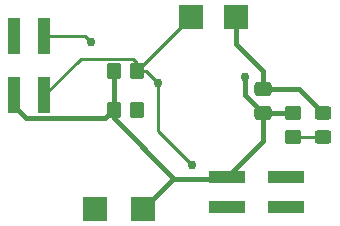
<source format=gtl>
%TF.GenerationSoftware,KiCad,Pcbnew,8.0.8*%
%TF.CreationDate,2025-04-18T18:46:17-04:00*%
%TF.ProjectId,sht40,73687434-302e-46b6-9963-61645f706362,rev?*%
%TF.SameCoordinates,Original*%
%TF.FileFunction,Copper,L1,Top*%
%TF.FilePolarity,Positive*%
%FSLAX46Y46*%
G04 Gerber Fmt 4.6, Leading zero omitted, Abs format (unit mm)*
G04 Created by KiCad (PCBNEW 8.0.8) date 2025-04-18 18:46:17*
%MOMM*%
%LPD*%
G01*
G04 APERTURE LIST*
G04 Aperture macros list*
%AMRoundRect*
0 Rectangle with rounded corners*
0 $1 Rounding radius*
0 $2 $3 $4 $5 $6 $7 $8 $9 X,Y pos of 4 corners*
0 Add a 4 corners polygon primitive as box body*
4,1,4,$2,$3,$4,$5,$6,$7,$8,$9,$2,$3,0*
0 Add four circle primitives for the rounded corners*
1,1,$1+$1,$2,$3*
1,1,$1+$1,$4,$5*
1,1,$1+$1,$6,$7*
1,1,$1+$1,$8,$9*
0 Add four rect primitives between the rounded corners*
20,1,$1+$1,$2,$3,$4,$5,0*
20,1,$1+$1,$4,$5,$6,$7,0*
20,1,$1+$1,$6,$7,$8,$9,0*
20,1,$1+$1,$8,$9,$2,$3,0*%
G04 Aperture macros list end*
%TA.AperFunction,SMDPad,CuDef*%
%ADD10R,1.000000X3.150000*%
%TD*%
%TA.AperFunction,SMDPad,CuDef*%
%ADD11RoundRect,0.250000X0.450000X-0.350000X0.450000X0.350000X-0.450000X0.350000X-0.450000X-0.350000X0*%
%TD*%
%TA.AperFunction,ComponentPad*%
%ADD12R,2.000000X2.000000*%
%TD*%
%TA.AperFunction,SMDPad,CuDef*%
%ADD13RoundRect,0.250000X0.350000X0.450000X-0.350000X0.450000X-0.350000X-0.450000X0.350000X-0.450000X0*%
%TD*%
%TA.AperFunction,SMDPad,CuDef*%
%ADD14RoundRect,0.250000X-0.450000X0.325000X-0.450000X-0.325000X0.450000X-0.325000X0.450000X0.325000X0*%
%TD*%
%TA.AperFunction,SMDPad,CuDef*%
%ADD15RoundRect,0.250000X0.475000X-0.337500X0.475000X0.337500X-0.475000X0.337500X-0.475000X-0.337500X0*%
%TD*%
%TA.AperFunction,SMDPad,CuDef*%
%ADD16RoundRect,0.250000X-0.350000X-0.450000X0.350000X-0.450000X0.350000X0.450000X-0.350000X0.450000X0*%
%TD*%
%TA.AperFunction,SMDPad,CuDef*%
%ADD17R,3.150000X1.000000*%
%TD*%
%TA.AperFunction,ViaPad*%
%ADD18C,0.762000*%
%TD*%
%TA.AperFunction,Conductor*%
%ADD19C,0.254000*%
%TD*%
%TA.AperFunction,Conductor*%
%ADD20C,0.381000*%
%TD*%
G04 APERTURE END LIST*
D10*
%TO.P,J2,1,Pin_1*%
%TO.N,+3V3*%
X110460000Y-62525000D03*
%TO.P,J2,2,Pin_2*%
%TO.N,GND*%
X110460000Y-57475000D03*
%TO.P,J2,3,Pin_3*%
%TO.N,/SCL*%
X113000000Y-62525000D03*
%TO.P,J2,4,Pin_4*%
%TO.N,/SDA*%
X113000000Y-57475000D03*
%TD*%
D11*
%TO.P,R3,1*%
%TO.N,Net-(D1-A)*%
X134112000Y-66024000D03*
%TO.P,R3,2*%
%TO.N,+3V3*%
X134112000Y-64024000D03*
%TD*%
D12*
%TO.P,TP3,1,1*%
%TO.N,/SCL*%
X125476000Y-55880000D03*
%TD*%
D13*
%TO.P,R1,1*%
%TO.N,/SCL*%
X120888000Y-60452000D03*
%TO.P,R1,2*%
%TO.N,+3V3*%
X118888000Y-60452000D03*
%TD*%
D14*
%TO.P,D1,1,K*%
%TO.N,GND*%
X136652000Y-63999000D03*
%TO.P,D1,2,A*%
%TO.N,Net-(D1-A)*%
X136652000Y-66049000D03*
%TD*%
D12*
%TO.P,TP1,1,1*%
%TO.N,+3V3*%
X121412000Y-72136000D03*
%TD*%
D15*
%TO.P,C3,1*%
%TO.N,+3V3*%
X131572000Y-64029500D03*
%TO.P,C3,2*%
%TO.N,GND*%
X131572000Y-61954500D03*
%TD*%
D12*
%TO.P,TP4,1,1*%
%TO.N,/SDA*%
X117348000Y-72136000D03*
%TD*%
D16*
%TO.P,R2,1*%
%TO.N,+3V3*%
X118888000Y-63754000D03*
%TO.P,R2,2*%
%TO.N,/SDA*%
X120888000Y-63754000D03*
%TD*%
D12*
%TO.P,TP2,1,1*%
%TO.N,GND*%
X129286000Y-55880000D03*
%TD*%
D17*
%TO.P,J1,4,Pin_4*%
%TO.N,/SDA*%
X133525000Y-72000000D03*
%TO.P,J1,3,Pin_3*%
%TO.N,/SCL*%
X128475000Y-72000000D03*
%TO.P,J1,2,Pin_2*%
%TO.N,GND*%
X133525000Y-69460000D03*
%TO.P,J1,1,Pin_1*%
%TO.N,+3V3*%
X128475000Y-69460000D03*
%TD*%
D18*
%TO.N,GND*%
X110460000Y-57475000D03*
%TO.N,/SCL*%
X125547250Y-68452750D03*
X128475000Y-72000000D03*
%TO.N,/SDA*%
X133525000Y-72000000D03*
%TO.N,GND*%
X133525000Y-69460000D03*
%TO.N,+3V3*%
X130048000Y-60960000D03*
%TO.N,/SDA*%
X117000000Y-58000000D03*
X120888000Y-63754000D03*
%TO.N,/SCL*%
X122682000Y-61468000D03*
%TD*%
D19*
%TO.N,/SCL*%
X125547250Y-68452750D02*
X122682000Y-65587500D01*
X122682000Y-65587500D02*
X122682000Y-61468000D01*
D20*
%TO.N,+3V3*%
X124030000Y-69596000D02*
X128339000Y-69596000D01*
X131572000Y-66363000D02*
X131572000Y-64029500D01*
X128339000Y-69596000D02*
X131572000Y-66363000D01*
%TO.N,GND*%
X134484000Y-69460000D02*
X134620000Y-69596000D01*
%TO.N,+3V3*%
X118888000Y-63754000D02*
X118151500Y-64490500D01*
X118151500Y-64490500D02*
X111490500Y-64490500D01*
X110460000Y-63460000D02*
X110460000Y-62525000D01*
X111490500Y-64490500D02*
X110460000Y-63460000D01*
D19*
%TO.N,/SDA*%
X117000000Y-58000000D02*
X116475000Y-57475000D01*
X116475000Y-57475000D02*
X113000000Y-57475000D01*
%TO.N,/SCL*%
X120888000Y-60452000D02*
X120888000Y-59752000D01*
X120888000Y-59752000D02*
X120561000Y-59425000D01*
X120561000Y-59425000D02*
X116100000Y-59425000D01*
X116100000Y-59425000D02*
X113000000Y-62525000D01*
D20*
%TO.N,GND*%
X131572000Y-61954500D02*
X131572000Y-60452000D01*
X131572000Y-61954500D02*
X134607500Y-61954500D01*
X131572000Y-60452000D02*
X129286000Y-58166000D01*
X134607500Y-61954500D02*
X136652000Y-63999000D01*
X129286000Y-58166000D02*
X129286000Y-55880000D01*
%TO.N,+3V3*%
X118888000Y-64454000D02*
X124030000Y-69596000D01*
X130048000Y-62505500D02*
X130048000Y-60960000D01*
X134360500Y-64029500D02*
X134366000Y-64024000D01*
X131572000Y-64029500D02*
X134106500Y-64029500D01*
X131572000Y-64029500D02*
X130048000Y-62505500D01*
X118888000Y-63754000D02*
X118840000Y-63754000D01*
X124030000Y-69596000D02*
X123952000Y-69596000D01*
X118888000Y-60452000D02*
X118888000Y-63754000D01*
X118888000Y-63754000D02*
X118888000Y-64454000D01*
X123952000Y-69596000D02*
X121412000Y-72136000D01*
D19*
%TO.N,Net-(D1-A)*%
X134366000Y-66024000D02*
X136881000Y-66024000D01*
X136881000Y-66024000D02*
X136906000Y-66049000D01*
%TO.N,/SCL*%
X121666000Y-60452000D02*
X120888000Y-60452000D01*
X122682000Y-61468000D02*
X121666000Y-60452000D01*
X120904000Y-60452000D02*
X125476000Y-55880000D01*
%TD*%
M02*

</source>
